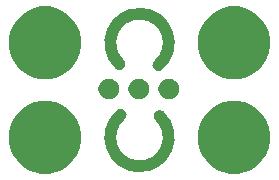
<source format=gts>
%TF.GenerationSoftware,KiCad,Pcbnew,5.0.2-bee76a0~70~ubuntu16.04.1*%
%TF.CreationDate,2019-04-17T12:21:48-07:00*%
%TF.ProjectId,2x3-Female-Servo-Header,3278332d-4665-46d6-916c-652d53657276,1.0*%
%TF.SameCoordinates,Original*%
%TF.FileFunction,Soldermask,Top*%
%TF.FilePolarity,Negative*%
%FSLAX46Y46*%
G04 Gerber Fmt 4.6, Leading zero omitted, Abs format (unit mm)*
G04 Created by KiCad (PCBNEW 5.0.2-bee76a0~70~ubuntu16.04.1) date Wed Apr 17 12:21:48 2019*
%MOMM*%
%LPD*%
G01*
G04 APERTURE LIST*
%ADD10C,1.000000*%
%ADD11C,0.350000*%
G04 APERTURE END LIST*
D10*
X63962144Y-49447718D02*
G75*
G03X60666160Y-49354880I-1595984J1892838D01*
G01*
X60764981Y-53655873D02*
G75*
G03X64060965Y-53748711I1595984J-1892838D01*
G01*
D11*
G36*
X71263456Y-52596897D02*
X71823285Y-52828786D01*
X71823287Y-52828787D01*
X72327123Y-53165440D01*
X72755599Y-53593916D01*
X73092254Y-54097755D01*
X73324143Y-54657584D01*
X73442360Y-55251901D01*
X73442360Y-55857859D01*
X73324143Y-56452176D01*
X73092254Y-57012005D01*
X73092253Y-57012007D01*
X72755600Y-57515843D01*
X72327123Y-57944320D01*
X71823287Y-58280973D01*
X71823286Y-58280974D01*
X71823285Y-58280974D01*
X71263456Y-58512863D01*
X70669139Y-58631080D01*
X70063181Y-58631080D01*
X69468864Y-58512863D01*
X68909035Y-58280974D01*
X68909034Y-58280974D01*
X68909033Y-58280973D01*
X68405197Y-57944320D01*
X67976720Y-57515843D01*
X67640067Y-57012007D01*
X67640066Y-57012005D01*
X67408177Y-56452176D01*
X67289960Y-55857859D01*
X67289960Y-55251901D01*
X67408177Y-54657584D01*
X67640066Y-54097755D01*
X67976721Y-53593916D01*
X68405197Y-53165440D01*
X68909033Y-52828787D01*
X68909035Y-52828786D01*
X69468864Y-52596897D01*
X70063181Y-52478680D01*
X70669139Y-52478680D01*
X71263456Y-52596897D01*
X71263456Y-52596897D01*
G37*
G36*
X55263456Y-52596897D02*
X55823285Y-52828786D01*
X55823287Y-52828787D01*
X56327123Y-53165440D01*
X56755599Y-53593916D01*
X57092254Y-54097755D01*
X57324143Y-54657584D01*
X57442360Y-55251901D01*
X57442360Y-55857859D01*
X57324143Y-56452176D01*
X57092254Y-57012005D01*
X57092253Y-57012007D01*
X56755600Y-57515843D01*
X56327123Y-57944320D01*
X55823287Y-58280973D01*
X55823286Y-58280974D01*
X55823285Y-58280974D01*
X55263456Y-58512863D01*
X54669139Y-58631080D01*
X54063181Y-58631080D01*
X53468864Y-58512863D01*
X52909035Y-58280974D01*
X52909034Y-58280974D01*
X52909033Y-58280973D01*
X52405197Y-57944320D01*
X51976720Y-57515843D01*
X51640067Y-57012007D01*
X51640066Y-57012005D01*
X51408177Y-56452176D01*
X51289960Y-55857859D01*
X51289960Y-55251901D01*
X51408177Y-54657584D01*
X51640066Y-54097755D01*
X51976721Y-53593916D01*
X52405197Y-53165440D01*
X52909033Y-52828787D01*
X52909035Y-52828786D01*
X53468864Y-52596897D01*
X54063181Y-52478680D01*
X54669139Y-52478680D01*
X55263456Y-52596897D01*
X55263456Y-52596897D01*
G37*
G36*
X65101738Y-50612351D02*
X65261197Y-50678401D01*
X65404705Y-50774291D01*
X65526749Y-50896335D01*
X65622639Y-51039843D01*
X65688689Y-51199302D01*
X65722360Y-51368582D01*
X65722360Y-51541178D01*
X65688689Y-51710458D01*
X65622639Y-51869917D01*
X65526749Y-52013425D01*
X65404705Y-52135469D01*
X65261197Y-52231359D01*
X65101738Y-52297409D01*
X64932458Y-52331080D01*
X64759862Y-52331080D01*
X64590582Y-52297409D01*
X64431123Y-52231359D01*
X64287615Y-52135469D01*
X64165571Y-52013425D01*
X64069681Y-51869917D01*
X64003631Y-51710458D01*
X63969960Y-51541178D01*
X63969960Y-51368582D01*
X64003631Y-51199302D01*
X64069681Y-51039843D01*
X64165571Y-50896335D01*
X64287615Y-50774291D01*
X64431123Y-50678401D01*
X64590582Y-50612351D01*
X64759862Y-50578680D01*
X64932458Y-50578680D01*
X65101738Y-50612351D01*
X65101738Y-50612351D01*
G37*
G36*
X62561738Y-50612351D02*
X62721197Y-50678401D01*
X62864705Y-50774291D01*
X62986749Y-50896335D01*
X63082639Y-51039843D01*
X63148689Y-51199302D01*
X63182360Y-51368582D01*
X63182360Y-51541178D01*
X63148689Y-51710458D01*
X63082639Y-51869917D01*
X62986749Y-52013425D01*
X62864705Y-52135469D01*
X62721197Y-52231359D01*
X62561738Y-52297409D01*
X62392458Y-52331080D01*
X62219862Y-52331080D01*
X62050582Y-52297409D01*
X61891123Y-52231359D01*
X61747615Y-52135469D01*
X61625571Y-52013425D01*
X61529681Y-51869917D01*
X61463631Y-51710458D01*
X61429960Y-51541178D01*
X61429960Y-51368582D01*
X61463631Y-51199302D01*
X61529681Y-51039843D01*
X61625571Y-50896335D01*
X61747615Y-50774291D01*
X61891123Y-50678401D01*
X62050582Y-50612351D01*
X62219862Y-50578680D01*
X62392458Y-50578680D01*
X62561738Y-50612351D01*
X62561738Y-50612351D01*
G37*
G36*
X60021738Y-50612351D02*
X60181197Y-50678401D01*
X60324705Y-50774291D01*
X60446749Y-50896335D01*
X60542639Y-51039843D01*
X60608689Y-51199302D01*
X60642360Y-51368582D01*
X60642360Y-51541178D01*
X60608689Y-51710458D01*
X60542639Y-51869917D01*
X60446749Y-52013425D01*
X60324705Y-52135469D01*
X60181197Y-52231359D01*
X60021738Y-52297409D01*
X59852458Y-52331080D01*
X59679862Y-52331080D01*
X59510582Y-52297409D01*
X59351123Y-52231359D01*
X59207615Y-52135469D01*
X59085571Y-52013425D01*
X58989681Y-51869917D01*
X58923631Y-51710458D01*
X58889960Y-51541178D01*
X58889960Y-51368582D01*
X58923631Y-51199302D01*
X58989681Y-51039843D01*
X59085571Y-50896335D01*
X59207615Y-50774291D01*
X59351123Y-50678401D01*
X59510582Y-50612351D01*
X59679862Y-50578680D01*
X59852458Y-50578680D01*
X60021738Y-50612351D01*
X60021738Y-50612351D01*
G37*
G36*
X71263456Y-44596897D02*
X71823285Y-44828786D01*
X71823287Y-44828787D01*
X72327123Y-45165440D01*
X72755599Y-45593916D01*
X73092254Y-46097755D01*
X73324143Y-46657584D01*
X73442360Y-47251901D01*
X73442360Y-47857859D01*
X73324143Y-48452176D01*
X73092254Y-49012005D01*
X73092253Y-49012007D01*
X72755600Y-49515843D01*
X72327123Y-49944320D01*
X71823287Y-50280973D01*
X71823286Y-50280974D01*
X71823285Y-50280974D01*
X71263456Y-50512863D01*
X70669139Y-50631080D01*
X70063181Y-50631080D01*
X69468864Y-50512863D01*
X68909035Y-50280974D01*
X68909034Y-50280974D01*
X68909033Y-50280973D01*
X68405197Y-49944320D01*
X67976720Y-49515843D01*
X67640067Y-49012007D01*
X67640066Y-49012005D01*
X67408177Y-48452176D01*
X67289960Y-47857859D01*
X67289960Y-47251901D01*
X67408177Y-46657584D01*
X67640066Y-46097755D01*
X67976721Y-45593916D01*
X68405197Y-45165440D01*
X68909033Y-44828787D01*
X68909035Y-44828786D01*
X69468864Y-44596897D01*
X70063181Y-44478680D01*
X70669139Y-44478680D01*
X71263456Y-44596897D01*
X71263456Y-44596897D01*
G37*
G36*
X55263456Y-44596897D02*
X55823285Y-44828786D01*
X55823287Y-44828787D01*
X56327123Y-45165440D01*
X56755599Y-45593916D01*
X57092254Y-46097755D01*
X57324143Y-46657584D01*
X57442360Y-47251901D01*
X57442360Y-47857859D01*
X57324143Y-48452176D01*
X57092254Y-49012005D01*
X57092253Y-49012007D01*
X56755600Y-49515843D01*
X56327123Y-49944320D01*
X55823287Y-50280973D01*
X55823286Y-50280974D01*
X55823285Y-50280974D01*
X55263456Y-50512863D01*
X54669139Y-50631080D01*
X54063181Y-50631080D01*
X53468864Y-50512863D01*
X52909035Y-50280974D01*
X52909034Y-50280974D01*
X52909033Y-50280973D01*
X52405197Y-49944320D01*
X51976720Y-49515843D01*
X51640067Y-49012007D01*
X51640066Y-49012005D01*
X51408177Y-48452176D01*
X51289960Y-47857859D01*
X51289960Y-47251901D01*
X51408177Y-46657584D01*
X51640066Y-46097755D01*
X51976721Y-45593916D01*
X52405197Y-45165440D01*
X52909033Y-44828787D01*
X52909035Y-44828786D01*
X53468864Y-44596897D01*
X54063181Y-44478680D01*
X54669139Y-44478680D01*
X55263456Y-44596897D01*
X55263456Y-44596897D01*
G37*
M02*

</source>
